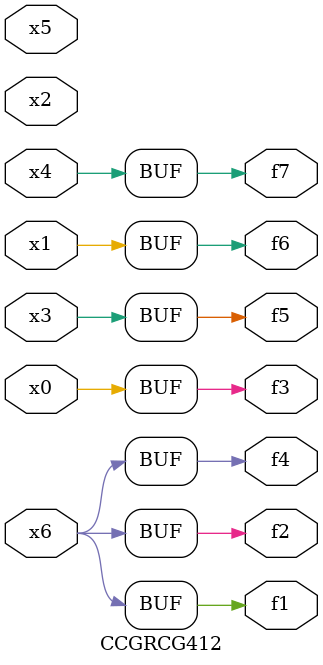
<source format=v>
module CCGRCG412(
	input x0, x1, x2, x3, x4, x5, x6,
	output f1, f2, f3, f4, f5, f6, f7
);
	assign f1 = x6;
	assign f2 = x6;
	assign f3 = x0;
	assign f4 = x6;
	assign f5 = x3;
	assign f6 = x1;
	assign f7 = x4;
endmodule

</source>
